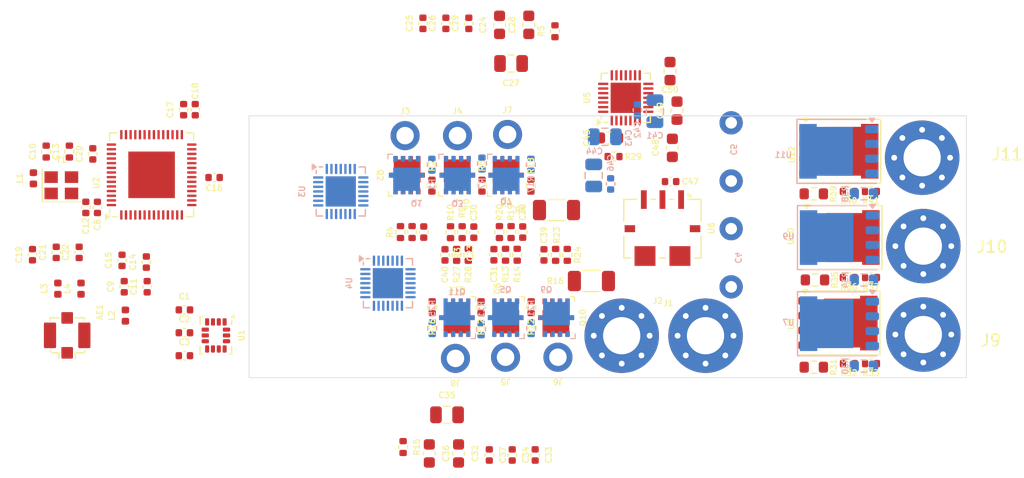
<source format=kicad_pcb>
(kicad_pcb (version 20240108) (generator "pcbnew") (generator_version "8.0")
  (layers (0 "F.Cu" signal) (1 "In1.Cu" power) (2 "In2.Cu" power) (31 "B.Cu" signal) (34 "B.Paste" user) (35 "F.Paste" user) (36 "B.SilkS" user "B.Silkscreen") (37 "F.SilkS" user "F.Silkscreen") (38 "B.Mask" user) (39 "F.Mask" user) (44 "Edge.Cuts" user))
  (net 0 "")
  (net 1 "Net-(AE1-A)")
  (net 2 "GND")
  (net 3 "+3V3")
  (net 4 "VDD")
  (net 5 "Net-(C10-Pad1)")
  (net 6 "Net-(U2-XTAL_N)")
  (net 7 "/VDD3")
  (net 8 "Net-(U2-LNA_IN)")
  (net 9 "Net-(C22-Pad1)")
  (net 10 "/SmallMotor1/OUTA")
  (net 11 "/SmallMotor1/BSTA")
  (net 12 "/SmallMotor1/GVDD")
  (net 13 "/ILIM")
  (net 14 "Net-(U3-CPL)")
  (net 15 "Net-(U3-CPH)")
  (net 16 "/SmallMotor1/BSTB")
  (net 17 "/SmallMotor1/OUTB")
  (net 18 "/SmallMotor2/OUTB")
  (net 19 "/SmallMotor2/BSTB")
  (net 20 "/SmallMotor2/GVDD")
  (net 21 "Net-(U4-CPL)")
  (net 22 "Net-(U4-CPH)")
  (net 23 "/SmallMotor1/OUTC")
  (net 24 "/SmallMotor1/BSTC")
  (net 25 "/SmallMotor2/BSTA")
  (net 26 "/SmallMotor2/OUTA")
  (net 27 "/SmallMotor2/BSTC")
  (net 28 "/SmallMotor2/OUTC")
  (net 29 "/LargeMotor/GVDD")
  (net 30 "Net-(U5-CPL)")
  (net 31 "Net-(U5-CPH)")
  (net 32 "/LargeMotor/BSTA")
  (net 33 "/LargeMotor/OUTA")
  (net 34 "/LargeMotor/BSTB")
  (net 35 "/LargeMotor/OUTB")
  (net 36 "/LargeMotor/BSTC")
  (net 37 "/LargeMotor/OUTC")
  (net 38 "Net-(U2-XTAL_P)")
  (net 39 "Net-(Q1-G)")
  (net 40 "Net-(Q2-G)")
  (net 41 "/SmallMotor1/LOW")
  (net 42 "Net-(Q3-G)")
  (net 43 "Net-(Q4-G)")
  (net 44 "Net-(Q5-G)")
  (net 45 "Net-(Q6-G)")
  (net 46 "/SmallMotor2/LOW")
  (net 47 "Net-(Q7-G)")
  (net 48 "Net-(Q8-G)")
  (net 49 "Net-(Q9-G)")
  (net 50 "Net-(Q10-G)")
  (net 51 "Net-(Q11-G)")
  (net 52 "Net-(Q12-G)")
  (net 53 "/SmallMotor1/HIA")
  (net 54 "/SmallMotor1/LOA")
  (net 55 "/SNSA1")
  (net 56 "/SmallMotor1/DL")
  (net 57 "/SmallMotor1/HIB")
  (net 58 "/SmallMotor1/LOB")
  (net 59 "/SNSB1")
  (net 60 "/SmallMotor2/HIB")
  (net 61 "/SmallMotor2/LOB")
  (net 62 "/SNSB2")
  (net 63 "/SmallMotor2/DL")
  (net 64 "/SmallMotor1/HIC")
  (net 65 "/SmallMotor1/LOC")
  (net 66 "/SNSC1")
  (net 67 "/SmallMotor2/HIA")
  (net 68 "/SmallMotor2/LOA")
  (net 69 "/SNSA2")
  (net 70 "/SmallMotor2/HIC")
  (net 71 "/SmallMotor2/LOC")
  (net 72 "/SNSC2")
  (net 73 "Net-(U5-DT)")
  (net 74 "/LargeMotor/HIA")
  (net 75 "Net-(U7-G)")
  (net 76 "Net-(U8-G)")
  (net 77 "/LargeMotor/LOA")
  (net 78 "/SNSA3")
  (net 79 "Net-(U9-G)")
  (net 80 "/LargeMotor/HIB")
  (net 81 "Net-(U10-G)")
  (net 82 "/LargeMotor/LOB")
  (net 83 "/SNSB3")
  (net 84 "/LargeMotor/HIC")
  (net 85 "Net-(U11-G)")
  (net 86 "Net-(U12-G)")
  (net 87 "/LargeMotor/LOC")
  (net 88 "/SNSC3")
  (net 89 "/CLK")
  (net 92 "/MISO")
  (net 94 "/MOSI")
  (net 95 "/GCS")
  (net 97 "/GINT")
  (net 105 "/STP")
  (net 122 "/IFIG")
  (net 141 "/INA1")
  (net 143 "/INB1")
  (net 144 "/INC1")
  (net 145 "/INB2")
  (net 146 "/INC2")
  (net 148 "/INA2")
  (net 149 "/INA3")
  (net 150 "/EN")
  (net 151 "/INC3")
  (net 153 "/INB3")
  (net 154 "/ISNS")
  (net 155 "/LargeMotor/LOW")
  (footprint "Resistor_SMD:R_0402_1005Metric" (layer "F.Cu") (at 93.824998 69.05 90)
    (property "Reference" "R26")
    (property "Value" "22R")
  )
  (footprint "Capacitor_SMD:C_0402_1005Metric" (layer "F.Cu") (at 72.55 73.217501)
    (property "Reference" "C3")
    (property "Value" "100n")
  )
  (footprint "Package_LGA:LGA-14_3x2.5mm_P0.5mm_LayoutBorder3x4y" (layer "F.Cu") (at 75.25 71.4775 -90)
    (property "Reference" "U1")
    (property "Value" "ICM-42688-P")
  )
  (footprint "Capacitor_SMD:C_0402_1005Metric" (layer "F.Cu") (at 61.541234 64.338283 90)
    (property "Reference" "C21")
    (property "Value" "C")
  )
  (footprint "Resistor_SMD:R_0402_1005Metric" (layer "F.Cu") (at 102.300001 58.599999 -90)
    (property "Reference" "R18")
    (property "Value" "22R")
  )
  (footprint "Capacitor_SMD:C_0402_1005Metric" (layer "F.Cu") (at 69.280001 65.17 90)
    (property "Reference" "C14")
    (property "Value" "100n")
  )
  (footprint "User_Footprints:DFN3x3A_8L_EP1_P" (layer "F.Cu") (at 100.149997 69.95 180)
    (property "Reference" "Q6")
    (property "Value" "AON7544")
  )
  (footprint "User_Footprints:DFN3x3A_8L_EP1_P" (layer "F.Cu") (at 95.949997 69.95 180)
    (property "Reference" "Q12")
    (property "Value" "AON7544")
  )
  (footprint "Capacitor_SMD:C_0402_1005Metric" (layer "F.Cu") (at 93.1 62.590001 90)
    (property "Reference" "C23")
    (property "Value" "1u")
  )
  (footprint "Resistor_SMD:R_0402_1005Metric" (layer "F.Cu") (at 109.4 56.1)
    (property "Reference" "R29")
    (property "Value" "10k")
  )
  (footprint "Capacitor_SMD:C_0603_1608Metric" (layer "F.Cu") (at 102.12 44.7775 90)
    (property "Reference" "C28")
    (property "Value" "470n")
  )
  (footprint "Sensor_Current:Allegro_PSOF-7_4.8x6.4mm_P1.60mm" (layer "F.Cu") (at 113.6 62.250001 -90)
    (property "Reference" "U6")
    (property "Value" "ACS781xLRTR-100B")
  )
  (footprint "User_Footprints:Pad-P1.5" (layer "F.Cu") (at 100.3 54.2)
    (property "Reference" "J7")
    (property "Value" "Conn_01x01_Pin")
  )
  (footprint "Resistor_SMD:R_0402_1005Metric" (layer "F.Cu") (at 96.4 62.6 -90)
    (property "Reference" "R9")
    (property "Value" "4k7")
  )
  (footprint "Inductor_SMD:L_0402_1005Metric" (layer "F.Cu") (at 59.580001 57.97 90)
    (property "Reference" "L1")
    (property "Value" "L")
  )
  (footprint "Resistor_SMD:R_0402_1005Metric" (layer "F.Cu") (at 102.324998 69.05 90)
    (property "Reference" "R22")
    (property "Value" "22R")
  )
  (footprint "Resistor_SMD:R_1206_3216Metric" (layer "F.Cu") (at 107.5 66.8)
    (property "Reference" "R16")
    (property "Value" "2m")
  )
  (footprint "Capacitor_SMD:C_0603_1608Metric" (layer "F.Cu") (at 99.610001 44.7775 90)
    (property "Reference" "C24")
    (property "Value" "10u")
  )
  (footprint "Capacitor_SMD:C_0402_1005Metric" (layer "F.Cu") (at 99.124998 64.540001 -90)
    (property "Reference" "C31")
    (property "Value" "1u")
  )
  (footprint "Capacitor_SMD:C_0603_1608Metric" (layer "F.Cu") (at 96.09 81.622499 -90)
    (property "Reference" "C32")
    (property "Value" "10u")
  )
  (footprint "User_Footprints:Pad-P1.5" (layer "F.Cu") (at 104.624998 73.35 180)
    (property "Reference" "J6")
    (property "Value" "Conn_01x01_Pin")
  )
  (footprint "Resistor_SMD:R_0402_1005Metric" (layer "F.Cu") (at 105.424998 64.55 -90)
    (property "Reference" "R24")
    (property "Value" "1k")
  )
  (footprint "Capacitor_SMD:C_0402_1005Metric" (layer "F.Cu") (at 64.680001 55.87 90)
    (property "Reference" "C20")
    (property "Value" "100n")
  )
  (footprint "Resistor_SMD:R_0402_1005Metric" (layer "F.Cu") (at 131.509999 66.5)
    (property "Reference" "R37")
    (property "Value" "2k")
  )
  (footprint "Resistor_SMD:R_0402_1005Metric" (layer "F.Cu") (at 99.6 62.590001 90)
    (property "Reference" "R20")
    (property "Value" "1k")
  )
  (footprint "Inductor_SMD:L_0402_1005Metric" (layer "F.Cu") (at 67.480001 69.770001 90)
    (property "Reference" "L2")
    (property "Value" "2nH")
  )
  (footprint "Capacitor_SMD:C_0402_1005Metric" (layer "F.Cu") (at 93.030001 44.6475 90)
    (property "Reference" "C25")
    (property "Value" "100n")
  )
  (footprint "Resistor_SMD:R_0402_1005Metric" (layer "F.Cu") (at 93.800001 58.6 -90)
    (property "Reference" "R2")
    (property "Value" "22R")
  )
  (footprint "MountingHole:MountingHole_3.2mm_M3_Pad_Via" (layer "F.Cu") (at 136 63.8 180)
    (property "Reference" "J10")
    (property "Value" "Conn_01x01_Pin")
  )
  (footprint "Resistor_SMD:R_0402_1005Metric" (layer "F.Cu") (at 98.024998 69.05 90)
    (property "Reference" "R12")
    (property "Value" "22R")
  )
  (footprint "Resistor_SMD:R_0402_1005Metric" (layer "F.Cu") (at 60.680001 55.67 90)
    (property "Reference" "C10")
    (property "Value" "C")
  )
  (footprint "User_Footprints:DFN3x3A_8L_EP1_P" (layer "F.Cu") (at 104.449997 69.950001 180)
    (property "Reference" "Q10")
    (property "Value" "AON7544")
  )
  (footprint "Capacitor_SMD:C_0402_1005Metric" (layer "F.Cu") (at 103.424998 64.55 -90)
    (property "Reference" "C39")
    (property "Value" "1u")
  )
  (footprint "MountingHole:MountingHole_3.2mm_M3_Pad_Via" (layer "F.Cu") (at 117.3 71.5)
    (property "Reference" "J1")
    (property "Value" "Conn_01x01_Pin")
  )
  (footprint "User_Footprints:Pad-P1.5" (layer "F.Cu") (at 95.824998 73.45 180)
    (property "Reference" "J8")
    (property "Value" "Conn_01x01_Pin")
  )
  (footprint "Capacitor_SMD:C_0402_1005Metric" (layer "F.Cu") (at 65.080001 60.47 90)
    (property "Reference" "C8")
    (property "Value" "1u")
  )
  (footprint "User_Footprints:DFN3x3A_8L_EP1_P" (layer "F.Cu") (at 91.675002 57.7)
    (property "Reference" "Q2")
    (property "Value" "AON7544")
  )
  (footprint "Resistor_SMD:R_0402_1005Metric" (layer "F.Cu") (at 129.6 59.1)
    (property "Reference" "R40")
    (property "Value" "15k")
  )
  (footprint "Capacitor_SMD:C_0603_1608Metric" (layer "F.Cu") (at 114.450001 55.35 90)
    (property "Reference" "C48")
    (property "Value" "10u")
  )
  (footprint "Capacitor_SMD:C_0402_1005Metric" (layer "F.Cu") (at 102.67 81.752499 -90)
    (property "Reference" "C33")
    (property "Value" "100n")
  )
  (footprint "Package_DFN_QFN:QFN-56-1EP_7x7mm_P0.4mm_EP4x4mm" (layer "F.Cu") (at 69.73 57.67 90)
    (property "Reference" "U2")
    (property "Value" "ESP32-S3")
  )
  (footprint "Resistor_SMD:R_0402_1005Metric" (layer "F.Cu") (at 129.609999 73.9)
    (property "Reference" "R32")
    (property "Value" "15k")
  )
  (footprint "MountingHole:MountingHole_3.2mm_M3_Pad_Via" (layer "F.Cu") (at 135.9 56.2 180)
    (property "Reference" "J11")
    (property "Value" "Conn_01x01_Pin")
  )
  (footprint "Resistor_SMD:R_0402_1005Metric" (layer "F.Cu") (at 91.099999 62.590001 90)
    (property "Reference" "R4")
    (property "Value" "1k")
  )
  (footprint "Package_DFN_QFN:PQFN-8-EP_6x5mm_P1.27mm_Generic" (layer "F.Cu") (at 128.747134 63.057178)
    (property "Reference" "U10")
    (property "Value" "TPHR8504PL")
  )
  (footprint "Crystal:Crystal_SMD_2520-4Pin_2.5x2.0mm" (layer "F.Cu") (at 61.980001 58.57)
    (property "Reference" "Y1")
    (property "Value" "40MHz")
  )
  (footprint "Resistor_SMD:R_0402_1005Metric" (layer "F.Cu") (at 101.124998 64.540001 -90)
    (property "Reference" "R14")
    (property "Value" "1k")
  )
  (footprint "Resistor_SMD:R_0603_1608Metric" (layer "F.Cu") (at 126.597134 74.207178 180)
    (property "Reference" "R31")
    (property "Value" "22R")
  )
  (footprint "Resistor_SMD:R_0402_1005Metric" (layer "F.Cu") (at 96.924998 64.55 -90)
    (property "Reference" "R28")
    (property "Value" "1k")
  )
  (footprint "Resistor_SMD:R_0402_1005Metric" (layer "F.Cu") (at 104.424998 64.55 90)
    (property "Reference" "R23")
    (property "Value" "4k7")
  )
  (footprint "Capacitor_SMD:C_0402_1005Metric" (layer "F.Cu") (at 73.480001 52.07 90)
    (property "Reference" "C18")
    (property "Value" "1u")
  )
  (footprint "Capacitor_SMD:C_0402_1005Metric" (layer "F.Cu") (at 64.08 60.47 90)
    (property "Reference" "C12")
    (property "Value" "10n")
  )
  (footprint "User_Footprints:Pad-P1.5" (layer "F.Cu") (at 96.000001 54.300001)
    (property "Reference" "J4")
    (property "Value" "Conn_01x01_Pin")
  )
  (footprint "Resistor_SMD:R_0603_1608Metric" (layer "F.Cu") (at 126.697134 66.707178 180)
    (property "Reference" "R35")
    (property "Value" "22R")
  )
  (footprint "Capacitor_SMD:C_0603_1608Metric" (layer "F.Cu") (at 114.250001 48.75 90)
    (property "Reference" "C50")
    (property "Value" "10u")
  )
  (footprint "MountingHole:MountingHole_3.2mm_M3_Pad_Via" (layer "F.Cu") (at 110.1 71.5)
    (property "Reference" "J2")
    (property "Value" "Conn_01x01_Pin")
  )
  (footprint "Resistor_SMD:R_0603_1608Metric" (layer "F.Cu") (at 126.597134 59.307178 180)
    (property "Reference" "R39")
    (property "Value" "22R")
  )
  (footprint "Capacitor_SMD:C_0402_1005Metric" (layer "F.Cu") (at 72.55 71.2475)
    (property "Reference" "C2")
    (property "Value" "100n")
  )
  (footprint "Resistor_SMD:R_0402_1005Metric" (layer "F.Cu") (at 95.924998 64.55 90)
    (property "Reference" "R27")
    (property "Value" "4k7")
  )
  (footprint "User_Footprints:DFN3x3A_8L_EP1_P" (layer "F.Cu") (at 95.975002 57.7)
    (property "Reference" "Q4")
    (property "Value" "AON7544")
  )
  (footprint "Capacitor_SMD:C_0402_1005Metric" (layer "F.Cu") (at 95.000001 44.6475 90)
    (property "Reference" "C26")
    (property "Value" "C")
  )
  (footprint "Package_DFN_QFN:QFN-28-1EP_4x4mm_P0.4mm_EP2.6x2.6mm" (layer "F.Cu") (at 110.450001 51.05 90)
    (property "Reference" "U5")
    (property "Value" "DRV8328B")
  )
  (footprint "Capacitor_SMD:C_0402_1005Metric" (layer "F.Cu") (at 67.380001 67.29 90)
    (property "Reference" "C9")
    (property "Value" "10u")
  )
  (footprint "Capacitor_SMD:C_0805_2012Metric" (layer "F.Cu") (at 100.6 48.099999 180)
    (property "Reference" "C27")
    (property "Value" "10u")
  )
  (footprint "Capacitor_SMD:C_0603_1608Metric" (layer "F.Cu") (at 109 54.499999)
    (property "Reference" "C45")
    (property "Value" "470n")
  )
  (footprint "Capacitor_SMD:C_0402_1005Metric" (layer "F.Cu") (at 72.55 69.2775)
    (property "Reference" "C1")
    (property "Value" "4u7")
  )
  (footprint "Capacitor_SMD:C_0603_1608Metric" (layer "F.Cu") (at 93.58 81.622499 -90)
    (property "Reference" "C36")
    (property "Value" "470n")
  )
  (footprint "Capacitor_SMD:C_0805_2012Metric" (layer "F.Cu") (at 95.1 78.3)
    (property "Reference" "C35")
    (property "Value" "10u")
  )
  (footprint "Resistor_SMD:R_0402_1005Metric" (layer "F.Cu") (at 104.37 45.327499 90)
    (property "Reference" "R5")
    (property "Value" "R")
  )
  (footprint "MountingHole:MountingHole_3.2mm_M3_Pad_Via" (layer "F.Cu") (at 136 71.4 180)
    (property "Reference" "J9")
    (property "Value" "Conn_01x01_Pin")
  )
  (footprint "User_Footprints:Pad-P1.5" (layer "F.Cu") (at 91.500001 54.300001)
    (property "Reference" "J3")
    (property "Value" "Conn_01x01_Pin")
  )
  (footprint "Capacitor_SMD:C_0402_1005Metric" (layer "F.Cu") (at 94.924998 64.55 -90)
    (property "Reference" "C40")
    (property "Value" "1u")
  )
  (footprint "Capacitor_SMD:C_0402_1005Metric" (layer "F.Cu") (at 59.501236 64.538283 90)
    (property "Reference" "C19")
    (property "Value" "C")
  )
  (footprint "Resistor_SMD:R_0402_1005Metric" (layer "F.Cu") (at 98.100001 58.6 -90)
    (property "Reference" "R8")
    (property "Value" "22R")
  )
  (footprint "Capacitor_SMD:C_0402_1005Metric" (layer "F.Cu") (at 69.350001 67.29 90)
    (property "Reference" "C11")
    (property "Value" "1u")
  )
  (footprint "Capacitor_SMD:C_0603_1608Metric" (layer "F.Cu") (at 114.850001 52.15 90)
    (property "Reference" "C49")
    (property "Value" "10u")
  )
  (footprint "Capacitor_SMD:C_0402_1005Metric" (layer "F.Cu") (at 97.4 62.6 90)
    (property "Reference" "C30")
    (property "Value" "1u")
  )
  (footprint "Capacitor_SMD:C_0402_1005Metric" (layer "F.Cu") (at 100.7 81.752499 -90)
    (property "Reference" "C34")
    (property "Value" "C")
  )
  (footprint "Capacitor_SMD:C_0402_1005Metric" (layer "F.Cu") (at 63.511235 64.338284 90)
    (property "Reference" "C22")
    (property "Value" "C")
  )
  (footprint "Capacitor_SMD:C_0402_1005Metric" (layer "F.Cu") (at 75.1 57.9)
    (property "Reference" "C16")
    (property "Value" "100n")
  )
  (footprint "Resistor_SMD:R_0402_1005Metric" (layer "F.Cu") (at 100.124998 64.540001 90)
    (property "Reference" "R13")
    (property "Value" "4k7")
  )
  (footprint "Capacitor_SMD:C_0402_1005Metric" (layer "F.Cu") (at 98.73 81.752499 -90)
    (property "Reference" "C37")
    (property "Value" "100n")
  )
  (footprint "Capacitor_SMD:C_0402_1005Metric" (layer "F.Cu") (at 96.970001 44.6475 90)
    (property "Reference" "C29")
    (property "Value" "100n")
  )
  (footprint "User_Footprints:Pad-P1.5" (layer "F.Cu") (at 100.124998 73.35 180)
    (property "Reference" "J5")
    (property "Value" "Conn_01x01_Pin")
  )
  (footprint "Resistor_SMD:R_0402_1005Metric" (layer "F.Cu") (at 100.599999 62.590001 -90)
    (property "Reference" "R19")
    (property "Value" "4k7")
  )
  (footprint "Capacitor_SMD:C_0402_1005Metric" (layer "F.Cu") (at 114.3 58.250001 180)
    (property "Reference" "C47")
    (property "Value" "100n")
  )
  (footprint "Resistor_SMD:R_0402_1005Metric" (layer "F.Cu") (at 62.670002 55.67 90)
    (property "Reference" "C13")
    (property "Value" "C")
  )
  (footprint "Package_DFN_QFN:PQFN-8-EP_6x5mm_P1.27mm_Generic" (layer "F.Cu") (at 128.572132 70.412178)
    (property "Reference" "U8")
    (property "Value" "TPHR8504PL")
  )
  (footprint "Connector_Coaxial:U.FL_Molex_MCRF_73412-0110_Vertical" (layer "F.Cu") (at 62.480001 71.47 180)
    (property "Reference" "AE1")
    (property "Value" "Antenna_Shield")
  )
  (footprint "Inductor_SMD:L_0402_1005Metric" (layer "F.Cu") (at 61.680001 67.455 90)
    (property "Reference" "L3")
    (property "Value" "L")
  )
  (footprint "Resistor_SMD:R_1206_3216Metric" (layer "F.Cu") (at 104.5 60.7)
    (property "Reference" "R6")
    (property "Value" "2m")
  )
  (footprint "Resistor_SMD:R_0402_1005Metric" (layer "F.Cu") (at 131.509999 73.9)
    (property "Reference" "R33")
    (property "Value" "2k")
  )
  (footprint "Package_DFN_QFN:PQFN-8-EP_6x5mm_P1.27mm_Generic" (layer "F.Cu") (at 128.647135 55.642178)
    (property "Reference" "U12")
    (property "Value" "TPHR8504PL")
  )
  (footprint "Resistor_SMD:R_0402_1005Metric" (layer "F.Cu") (at 129.6 66.5)
    (property "Reference" "R36")
    (property "Value" "15k")
  )
  (footprint "Capacitor_SMD:C_0402_1005Metric" (layer "F.Cu") (at 67.191234 65.023283 90)
    (property "Reference" "C15")
    (property "Value" "100n")
  )
  (footprint "Inductor_SMD:L_0402_1005Metric" (layer "F.Cu") (at 63.670002 67.455 90)
    (property "Reference" "L4")
    (property "Value" "L")
  )
  (footprint "Resistor_SMD:R_0402_1005Metric" (layer "F.Cu") (at 91.33 81.0725 -90)
    (property "Reference" "R15")
    (property "Value" "R")
  )
  (footprint "Capacitor_SMD:C_0402_1005Metric" (layer "F.Cu") (at 72.480001 52.070001 90)
    (property "Reference" "C17")
    (property "Value" "100n")
  )
  (footprint "User_Footprints:DFN3x3A_8L_EP1_P" (layer "F.Cu") (at 100.175002 57.7)
    (property "Reference" "Q8")
    (property "Value" "AON7544")
  )
  (footprint "Capacitor_SMD:C_0402_1005Metric" (layer "F.Cu") (at 101.599999 62.590001 90)
    (property "Reference" "C38")
    (property "Value" "1u")
  )
  (footprint "Resistor_SMD:R_0402_1005Metric" (layer "F.Cu") (at 95.4 62.6 90)
    (property "Reference" "R10")
    (property "Value" "1k")
  )
  (footprint "Resistor_SMD:R_0402_1005Metric" (layer "F.Cu") (at 131.5 59.1)
    (property "Reference" "R41")
    (property "Value" "2k")
  )
  (footprint "Resistor_SMD:R_0402_1005Metric" (layer "F.Cu") (at 92.099999 62.590001 -90)
    (property "Reference" "R3")
    (property "Value" "4k7")
  )
  (footprint "Capacitor_SMD:C_0805_2012Metric" (layer "B.Cu") (at 108.650001 54.4)
    (property "Reference" "C43")
    (property "Value" "10u")
  )
  (footprint "Resistor_SMD:R_0603_1608Metric" (layer "B.Cu") (at 130.897134 66.707178)
    (property "Reference" "R34")
    (property "Value" "22R")
  )
  (footprint "User_Footprints:DFN3x3A_8L_EP1_P" (layer "B.Cu") (at 104.499999 69.949999 180)
    (property "Reference" "Q9")
    (property "Value" "AON7544")
  )
  (footprint "User_Footprints:C_D10xL16_Horizontal" (layer "B.Cu") (at 119.5 58.2 90)
    (property "Reference" "C5")
    (property "Value" "2m2")
  )
  (footprint "Package_DFN_QFN:QFN-28-1EP_4x4mm_P0.4mm_EP2.6x2.6mm" (layer "B.Cu") (at 85.974998 59.1 -90)
    (property "Reference" "U3")
    (property "Value" "DRV8328B")
  )
  (footprint "Resistor_SMD:R_0402_1005Metric" (layer "B.Cu") (at 102.300001 56.8 90)
    (property "Reference" "R17")
    (property "Value" "22R")
  )
  (footprint "Capacitor_SMD:C_0805_2012Metric" (layer "B.Cu") (at 112.950001 52.2 90)
    (property "Reference" "C41")
    (property "Value" "22u")
  )
  (footprint "Resistor_SMD:R_0603_1608Metric" (layer "B.Cu") (at 130.9 59.3)
    (property "Reference" "R38")
    (property "Value" "22R")
  )
  (footprint "User_Footprints:DFN3x3A_8L_EP1_P" (layer "B.Cu") (at 95.949997 69.949999 180)
    (property "Reference" "Q11")
    (property "Value" "AON7544")
  )
  (footprint "Package_DFN_QFN:PQFN-8-EP_6x5mm_P1.27mm_Generic" (layer "B.Cu") (at 128.897134 63.067176 180)
    (property "Reference" "U9")
    (property "Value" "TPHR8504PL")
  )
  (footprint "User_Footprints:DFN3x3A_8L_EP1_P" (layer "B.Cu") (at 91.625 57.700001)
    (property "Reference" "Q1")
    (property "Value" "AON7544")
  )
  (footprint "Package_DFN_QFN:PQFN-8-EP_6x5mm_P1.27mm_Generic" (layer "B.Cu") (at 128.897134 70.467178 180)
    (property "Reference" "U7")
    (property "Value" "TPHR8504PL")
  )
  (footprint "User_Footprints:DFN3x3A_8L_EP1_P" (layer "B.Cu") (at 100.175002 57.700001)
    (property "Reference" "Q7")
    (property "Value" "AON7544")
  )
  (footprint "Resistor_SMD:R_0402_1005Metric" (layer "B.Cu") (at 98.024998 70.95 -90)
    (property "Reference" "R11")
    (property "Value" "22R")
  )
  (footprint "Capacitor_SMD:C_0402_1005Metric" (layer "B.Cu") (at 109.150001 58.45 90)
    (property "Reference" "C46")
    (property "Value" "100n")
  )
  (footprint "User_Footprints:C_D10xL16_Horizontal" (layer "B.Cu") (at 119.5 67.3 90)
    (property "Reference" "C4")
    (property "Value" "2m2")
  )
  (footprint "Resistor_SMD:R_0402_1005Metric" (layer "B.Cu") (at 93.824998 70.85 -90)
    (property "Reference" "R25")
    (property "Value" "22R")
  )
  (footprint "Capacitor_SMD:C_0805_2012Metric" (layer "B.Cu") (at 107.696491 57.722577 90)
    (property "Reference" "C44")
    (property "Value" "10u")
  )
  (footprint "Resistor_SMD:R_0402_1005Metric" (layer "B.Cu") (at 98.100001 56.700001 90)
    (property "Reference" "R7")
    (property "Value" "22R")
  )
  (footprint "Package_DFN_QFN:QFN-28-1EP_4x4mm_P0.4mm_EP2.6x2.6mm" (layer "B.Cu") (at 90.024997 66.9875 -90)
    (property "Reference" "U4")
    (property "Value" "DRV8328B")
  )
  (footprint "Capacitor_SMD:C_0402_1005Metric" (layer "B.Cu") (at 111.45 52.1 90)
    (property "Reference" "C42")
    (property "Value" "100n")
  )
  (footprint "User_Footprints:DFN3x3A_8L_EP1_P" (layer "B.Cu") (at 100.124999 69.949999 180)
    (property "Reference" "Q5")
    (property "Value" "AON7544")
  )
  (footprint "Resistor_SMD:R_0402_1005Metric" (layer "B.Cu") (at 93.800001 56.800001 90)
    (property "Reference" "R1")
    (property "Value" "22R")
  )
  (footprint "Resistor_SMD:R_0603_1608Metric" (layer "B.Cu") (at 130.897134 74.107178)
    (property "Reference" "R30")
    (property "Value" "22R")
  )
  (footprint "Resistor_SMD:R_0402_1005Metric" (layer "B.Cu") (at 102.324998 70.85 -90)
    (property "Reference" "R21")
    (property "Value" "22R")
  )
  (footprint "User_Footprints:DFN3x3A_8L_EP1_P" (layer "B.Cu") (at 96 57.700001)
    (property "Reference" "Q3")
    (property "Value" "AON7544")
  )
  (footprint "Package_DFN_QFN:PQFN-8-EP_6x5mm_P1.27mm_Generic" (layer "B.Cu") (at 128.85 55.65 180)
    (property "Reference" "U11")
    (property "Value" "TPHR8504PL")
  )
  (gr_line (start 78.1 52.6) (end 78.1 75.1) (stroke (width 0.05)) (layer "Edge.Cuts"))
  (gr_line (start 139.7 75.1) (end 139.7 52.6) (stroke (width 0.05)) (layer "Edge.Cuts"))
  (gr_line (start 78.1 75.1) (end 139.7 75.1) (stroke (width 0.05)) (layer "Edge.Cuts"))
  (gr_line (start 139.7 52.6) (end 78.1 52.6) (stroke (width 0.05)) (layer "Edge.Cuts"))
)
</source>
